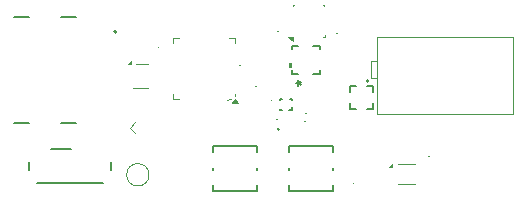
<source format=gbr>
%TF.GenerationSoftware,KiCad,Pcbnew,9.0.4*%
%TF.CreationDate,2025-08-29T23:53:31-07:00*%
%TF.ProjectId,WeatherPill,57656174-6865-4725-9069-6c6c2e6b6963,rev?*%
%TF.SameCoordinates,Original*%
%TF.FileFunction,Legend,Top*%
%TF.FilePolarity,Positive*%
%FSLAX46Y46*%
G04 Gerber Fmt 4.6, Leading zero omitted, Abs format (unit mm)*
G04 Created by KiCad (PCBNEW 9.0.4) date 2025-08-29 23:53:31*
%MOMM*%
%LPD*%
G01*
G04 APERTURE LIST*
%ADD10C,0.150000*%
%ADD11C,0.152400*%
%ADD12C,0.120000*%
%ADD13C,0.100000*%
%ADD14C,0.127000*%
%ADD15C,0.200000*%
%ADD16C,0.000000*%
%ADD17C,0.177800*%
G04 APERTURE END LIST*
D10*
X43154819Y-73499998D02*
X43392914Y-73499998D01*
X43297676Y-73738093D02*
X43392914Y-73499998D01*
X43392914Y-73499998D02*
X43297676Y-73261903D01*
X43583390Y-73642855D02*
X43392914Y-73499998D01*
X43392914Y-73499998D02*
X43583390Y-73357141D01*
D11*
%TO.C,SW1*%
X20520200Y-80810859D02*
X20520200Y-80189141D01*
X22438337Y-79073000D02*
X24061660Y-79073000D01*
X27479800Y-80189141D02*
X27479800Y-80810859D01*
X26821940Y-81917799D02*
X21178060Y-81917799D01*
D12*
%TO.C,U8*%
X32740000Y-69640000D02*
X32740000Y-70115000D01*
X32740000Y-74860000D02*
X32740000Y-74385000D01*
X33215000Y-69640000D02*
X32740000Y-69640000D01*
X33215000Y-74860000D02*
X32740000Y-74860000D01*
X37485000Y-69640000D02*
X37960000Y-69640000D01*
X37485000Y-74860000D02*
X37660000Y-74860000D01*
X37960000Y-69640000D02*
X37960000Y-70115000D01*
X37960000Y-74385000D02*
X37960000Y-74620000D01*
X38200000Y-75190000D02*
X37720000Y-75190000D01*
X37960000Y-74860000D01*
X38200000Y-75190000D01*
G36*
X38200000Y-75190000D02*
G01*
X37720000Y-75190000D01*
X37960000Y-74860000D01*
X38200000Y-75190000D01*
G37*
D13*
%TO.C,C7*%
X46650000Y-69265000D02*
G75*
G02*
X46550000Y-69265000I-50000J0D01*
G01*
X46550000Y-69265000D02*
G75*
G02*
X46650000Y-69265000I50000J0D01*
G01*
%TO.C,C6*%
X48050000Y-82015000D02*
G75*
G02*
X47950000Y-82015000I-50000J0D01*
G01*
X47950000Y-82015000D02*
G75*
G02*
X48050000Y-82015000I50000J0D01*
G01*
%TO.C,D1*%
D14*
X41713500Y-77400000D02*
G75*
G02*
X41586500Y-77400000I-63500J0D01*
G01*
X41586500Y-77400000D02*
G75*
G02*
X41713500Y-77400000I63500J0D01*
G01*
D13*
%TO.C,U5*%
X42850000Y-66850000D02*
X43000000Y-66850000D01*
X42850000Y-67000000D02*
X42850000Y-66850000D01*
X45550000Y-66850000D02*
X45400000Y-66850000D01*
X45550000Y-66850000D02*
X45550000Y-67000000D01*
X45550000Y-69550000D02*
X45400000Y-69550000D01*
X45560000Y-69550000D02*
X45560000Y-69400000D01*
D12*
X42850000Y-69910000D02*
X42490000Y-69550000D01*
X42850000Y-69550000D01*
X42850000Y-69910000D01*
G36*
X42850000Y-69910000D02*
G01*
X42490000Y-69550000D01*
X42850000Y-69550000D01*
X42850000Y-69910000D01*
G37*
D13*
%TO.C,C1*%
X31550000Y-70442500D02*
G75*
G02*
X31450000Y-70442500I-50000J0D01*
G01*
X31450000Y-70442500D02*
G75*
G02*
X31550000Y-70442500I50000J0D01*
G01*
D14*
%TO.C,U6*%
X47710000Y-73710000D02*
X48205000Y-73710000D01*
X47710000Y-74205000D02*
X47710000Y-73710000D01*
X47710000Y-75690000D02*
X47710000Y-75195000D01*
X48205000Y-75690000D02*
X47710000Y-75690000D01*
X49195000Y-73710000D02*
X49690000Y-73710000D01*
X49690000Y-73710000D02*
X49690000Y-74205000D01*
X49690000Y-75195000D02*
X49690000Y-75690000D01*
X49690000Y-75690000D02*
X49195000Y-75690000D01*
D15*
X49300000Y-73300000D02*
G75*
G02*
X49100000Y-73300000I-100000J0D01*
G01*
X49100000Y-73300000D02*
G75*
G02*
X49300000Y-73300000I100000J0D01*
G01*
D13*
%TO.C,C5*%
X43985000Y-76750000D02*
G75*
G02*
X43885000Y-76750000I-50000J0D01*
G01*
X43885000Y-76750000D02*
G75*
G02*
X43985000Y-76750000I50000J0D01*
G01*
%TO.C,C11*%
X41115000Y-75000000D02*
G75*
G02*
X41015000Y-75000000I-50000J0D01*
G01*
X41015000Y-75000000D02*
G75*
G02*
X41115000Y-75000000I50000J0D01*
G01*
%TO.C,C2*%
X37450000Y-74985000D02*
G75*
G02*
X37350000Y-74985000I-50000J0D01*
G01*
X37350000Y-74985000D02*
G75*
G02*
X37450000Y-74985000I50000J0D01*
G01*
D11*
%TO.C,U7*%
X42791901Y-70318899D02*
X42791901Y-70607437D01*
X42791901Y-72392561D02*
X42791901Y-72681099D01*
X42791901Y-72681099D02*
X43330439Y-72681099D01*
X43330439Y-70318899D02*
X42791901Y-70318899D01*
X44615563Y-72681099D02*
X45154101Y-72681099D01*
X45154101Y-70318899D02*
X44615563Y-70318899D01*
X45154101Y-70607437D02*
X45154101Y-70318899D01*
X45154101Y-72681099D02*
X45154101Y-72392561D01*
D16*
G36*
X42768200Y-72190498D02*
G01*
X42514200Y-72190498D01*
X42514200Y-71809498D01*
X42768200Y-71809498D01*
X42768200Y-72190498D01*
G37*
%TO.C,L1*%
D13*
X49500000Y-71575000D02*
X50000000Y-71575000D01*
X50000000Y-73075000D01*
X49500000Y-73075000D01*
X49500000Y-71575000D01*
X50000000Y-69575000D02*
X61500000Y-69575000D01*
X61500000Y-76075000D01*
X50000000Y-76075000D01*
X50000000Y-69575000D01*
D11*
%TO.C,SW4*%
X42559600Y-78845000D02*
X42559600Y-79347059D01*
X42559600Y-80672939D02*
X42559600Y-80827061D01*
X42559600Y-82152941D02*
X42559600Y-82655000D01*
X42559600Y-82655000D02*
X46318800Y-82655000D01*
X46318800Y-78845000D02*
X42559600Y-78845000D01*
X46318800Y-79347059D02*
X46318800Y-78845000D01*
X46318800Y-80827061D02*
X46318800Y-80672939D01*
X46318800Y-82655000D02*
X46318800Y-82152941D01*
D12*
%TO.C,U3*%
X51750000Y-80340000D02*
X53250000Y-80340000D01*
X51750000Y-82060000D02*
X53250000Y-82060000D01*
X51300000Y-80600000D02*
X51020000Y-80600000D01*
X51300000Y-80320000D01*
X51300000Y-80600000D01*
G36*
X51300000Y-80600000D02*
G01*
X51020000Y-80600000D01*
X51300000Y-80320000D01*
X51300000Y-80600000D01*
G37*
D13*
%TO.C,C3*%
X38462500Y-72000000D02*
G75*
G02*
X38362500Y-72000000I-50000J0D01*
G01*
X38362500Y-72000000D02*
G75*
G02*
X38462500Y-72000000I50000J0D01*
G01*
%TO.C,C13*%
X41585000Y-76600000D02*
G75*
G02*
X41485000Y-76600000I-50000J0D01*
G01*
X41485000Y-76600000D02*
G75*
G02*
X41585000Y-76600000I50000J0D01*
G01*
D15*
%TO.C,J2*%
X19244000Y-76860000D02*
X20524000Y-76860000D01*
X20524000Y-67920000D02*
X19244000Y-67920000D01*
X24494000Y-67920000D02*
X23244000Y-67920000D01*
X24494000Y-76860000D02*
X23244000Y-76860000D01*
X27944000Y-69140000D02*
G75*
G02*
X27744000Y-69140000I-100000J0D01*
G01*
X27744000Y-69140000D02*
G75*
G02*
X27944000Y-69140000I100000J0D01*
G01*
D11*
%TO.C,SW3*%
X36088400Y-78845000D02*
X36088400Y-79347059D01*
X36088400Y-80672939D02*
X36088400Y-80827061D01*
X36088400Y-82152941D02*
X36088400Y-82655000D01*
X36088400Y-82655000D02*
X39847600Y-82655000D01*
X39847600Y-78845000D02*
X36088400Y-78845000D01*
X39847600Y-79347059D02*
X39847600Y-78845000D01*
X39847600Y-80827061D02*
X39847600Y-80672939D01*
X39847600Y-82655000D02*
X39847600Y-82152941D01*
D12*
%TO.C,J1*%
X29055923Y-77250000D02*
X29504936Y-76800987D01*
X29504936Y-77699013D02*
X29055923Y-77250000D01*
%TO.C,U1*%
X30622000Y-71908000D02*
X29572000Y-71908000D01*
X30622000Y-73888000D02*
X29322000Y-73888000D01*
X29202000Y-71908000D02*
X28922000Y-71908000D01*
X29202000Y-71628000D01*
X29202000Y-71908000D01*
G36*
X29202000Y-71908000D02*
G01*
X28922000Y-71908000D01*
X29202000Y-71628000D01*
X29202000Y-71908000D01*
G37*
D13*
%TO.C,C10*%
X39785000Y-73800000D02*
G75*
G02*
X39685000Y-73800000I-50000J0D01*
G01*
X39685000Y-73800000D02*
G75*
G02*
X39785000Y-73800000I50000J0D01*
G01*
D12*
%TO.C,TP2*%
X30700000Y-81250000D02*
G75*
G02*
X28800000Y-81250000I-950000J0D01*
G01*
X28800000Y-81250000D02*
G75*
G02*
X30700000Y-81250000I950000J0D01*
G01*
D13*
%TO.C,C12*%
X44050000Y-76065000D02*
G75*
G02*
X43950000Y-76065000I-50000J0D01*
G01*
X43950000Y-76065000D02*
G75*
G02*
X44050000Y-76065000I50000J0D01*
G01*
D17*
%TO.C,U4*%
X41799998Y-75674999D02*
X41799998Y-75799997D01*
X41800001Y-74824998D02*
X41800001Y-74924997D01*
X41924999Y-74799996D02*
X41800001Y-74799996D01*
X41924999Y-75799997D02*
X41825000Y-75799997D01*
X42775000Y-74799999D02*
X42675001Y-74799999D01*
X42799999Y-75549998D02*
X42799999Y-75774998D01*
X42799999Y-75774998D02*
X42799999Y-75800000D01*
X42799999Y-75800000D02*
X42550000Y-75800000D01*
X42800002Y-74799999D02*
X42800002Y-74924997D01*
D13*
%TO.C,C4*%
X54450000Y-79735000D02*
G75*
G02*
X54350000Y-79735000I-50000J0D01*
G01*
X54350000Y-79735000D02*
G75*
G02*
X54450000Y-79735000I50000J0D01*
G01*
%TO.C,C8*%
X50050000Y-68735000D02*
G75*
G02*
X49950000Y-68735000I-50000J0D01*
G01*
X49950000Y-68735000D02*
G75*
G02*
X50050000Y-68735000I50000J0D01*
G01*
%TO.C,C9*%
X41650000Y-69135000D02*
G75*
G02*
X41550000Y-69135000I-50000J0D01*
G01*
X41550000Y-69135000D02*
G75*
G02*
X41650000Y-69135000I50000J0D01*
G01*
%TD*%
M02*

</source>
